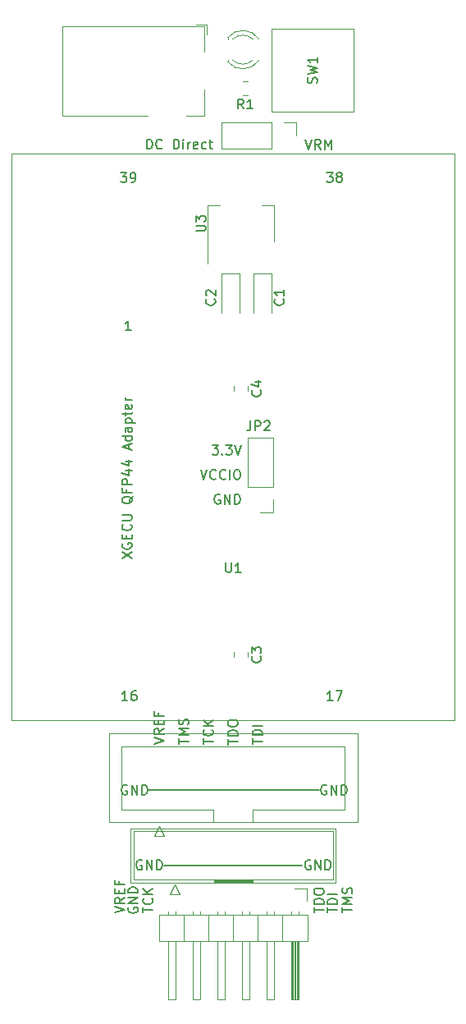
<source format=gbr>
%TF.GenerationSoftware,KiCad,Pcbnew,7.0.11*%
%TF.CreationDate,2024-03-10T23:57:51-05:00*%
%TF.ProjectId,XGECU-QFP44-Adapter,58474543-552d-4514-9650-34342d416461,rev?*%
%TF.SameCoordinates,Original*%
%TF.FileFunction,Legend,Top*%
%TF.FilePolarity,Positive*%
%FSLAX46Y46*%
G04 Gerber Fmt 4.6, Leading zero omitted, Abs format (unit mm)*
G04 Created by KiCad (PCBNEW 7.0.11) date 2024-03-10 23:57:51*
%MOMM*%
%LPD*%
G01*
G04 APERTURE LIST*
%ADD10C,0.200000*%
%ADD11C,0.150000*%
%ADD12C,0.120000*%
G04 APERTURE END LIST*
D10*
X126250723Y-125369419D02*
X125679295Y-125369419D01*
X125965009Y-125369419D02*
X125965009Y-124369419D01*
X125965009Y-124369419D02*
X125869771Y-124512276D01*
X125869771Y-124512276D02*
X125774533Y-124607514D01*
X125774533Y-124607514D02*
X125679295Y-124655133D01*
X127107866Y-124369419D02*
X126917390Y-124369419D01*
X126917390Y-124369419D02*
X126822152Y-124417038D01*
X126822152Y-124417038D02*
X126774533Y-124464657D01*
X126774533Y-124464657D02*
X126679295Y-124607514D01*
X126679295Y-124607514D02*
X126631676Y-124797990D01*
X126631676Y-124797990D02*
X126631676Y-125178942D01*
X126631676Y-125178942D02*
X126679295Y-125274180D01*
X126679295Y-125274180D02*
X126726914Y-125321800D01*
X126726914Y-125321800D02*
X126822152Y-125369419D01*
X126822152Y-125369419D02*
X127012628Y-125369419D01*
X127012628Y-125369419D02*
X127107866Y-125321800D01*
X127107866Y-125321800D02*
X127155485Y-125274180D01*
X127155485Y-125274180D02*
X127203104Y-125178942D01*
X127203104Y-125178942D02*
X127203104Y-124940847D01*
X127203104Y-124940847D02*
X127155485Y-124845609D01*
X127155485Y-124845609D02*
X127107866Y-124797990D01*
X127107866Y-124797990D02*
X127012628Y-124750371D01*
X127012628Y-124750371D02*
X126822152Y-124750371D01*
X126822152Y-124750371D02*
X126726914Y-124797990D01*
X126726914Y-124797990D02*
X126679295Y-124845609D01*
X126679295Y-124845609D02*
X126631676Y-124940847D01*
X147434323Y-125369419D02*
X146862895Y-125369419D01*
X147148609Y-125369419D02*
X147148609Y-124369419D01*
X147148609Y-124369419D02*
X147053371Y-124512276D01*
X147053371Y-124512276D02*
X146958133Y-124607514D01*
X146958133Y-124607514D02*
X146862895Y-124655133D01*
X147767657Y-124369419D02*
X148434323Y-124369419D01*
X148434323Y-124369419D02*
X148005752Y-125369419D01*
X146815276Y-70927819D02*
X147434323Y-70927819D01*
X147434323Y-70927819D02*
X147100990Y-71308771D01*
X147100990Y-71308771D02*
X147243847Y-71308771D01*
X147243847Y-71308771D02*
X147339085Y-71356390D01*
X147339085Y-71356390D02*
X147386704Y-71404009D01*
X147386704Y-71404009D02*
X147434323Y-71499247D01*
X147434323Y-71499247D02*
X147434323Y-71737342D01*
X147434323Y-71737342D02*
X147386704Y-71832580D01*
X147386704Y-71832580D02*
X147339085Y-71880200D01*
X147339085Y-71880200D02*
X147243847Y-71927819D01*
X147243847Y-71927819D02*
X146958133Y-71927819D01*
X146958133Y-71927819D02*
X146862895Y-71880200D01*
X146862895Y-71880200D02*
X146815276Y-71832580D01*
X148005752Y-71356390D02*
X147910514Y-71308771D01*
X147910514Y-71308771D02*
X147862895Y-71261152D01*
X147862895Y-71261152D02*
X147815276Y-71165914D01*
X147815276Y-71165914D02*
X147815276Y-71118295D01*
X147815276Y-71118295D02*
X147862895Y-71023057D01*
X147862895Y-71023057D02*
X147910514Y-70975438D01*
X147910514Y-70975438D02*
X148005752Y-70927819D01*
X148005752Y-70927819D02*
X148196228Y-70927819D01*
X148196228Y-70927819D02*
X148291466Y-70975438D01*
X148291466Y-70975438D02*
X148339085Y-71023057D01*
X148339085Y-71023057D02*
X148386704Y-71118295D01*
X148386704Y-71118295D02*
X148386704Y-71165914D01*
X148386704Y-71165914D02*
X148339085Y-71261152D01*
X148339085Y-71261152D02*
X148291466Y-71308771D01*
X148291466Y-71308771D02*
X148196228Y-71356390D01*
X148196228Y-71356390D02*
X148005752Y-71356390D01*
X148005752Y-71356390D02*
X147910514Y-71404009D01*
X147910514Y-71404009D02*
X147862895Y-71451628D01*
X147862895Y-71451628D02*
X147815276Y-71546866D01*
X147815276Y-71546866D02*
X147815276Y-71737342D01*
X147815276Y-71737342D02*
X147862895Y-71832580D01*
X147862895Y-71832580D02*
X147910514Y-71880200D01*
X147910514Y-71880200D02*
X148005752Y-71927819D01*
X148005752Y-71927819D02*
X148196228Y-71927819D01*
X148196228Y-71927819D02*
X148291466Y-71880200D01*
X148291466Y-71880200D02*
X148339085Y-71832580D01*
X148339085Y-71832580D02*
X148386704Y-71737342D01*
X148386704Y-71737342D02*
X148386704Y-71546866D01*
X148386704Y-71546866D02*
X148339085Y-71451628D01*
X148339085Y-71451628D02*
X148291466Y-71404009D01*
X148291466Y-71404009D02*
X148196228Y-71356390D01*
X125530076Y-70927819D02*
X126149123Y-70927819D01*
X126149123Y-70927819D02*
X125815790Y-71308771D01*
X125815790Y-71308771D02*
X125958647Y-71308771D01*
X125958647Y-71308771D02*
X126053885Y-71356390D01*
X126053885Y-71356390D02*
X126101504Y-71404009D01*
X126101504Y-71404009D02*
X126149123Y-71499247D01*
X126149123Y-71499247D02*
X126149123Y-71737342D01*
X126149123Y-71737342D02*
X126101504Y-71832580D01*
X126101504Y-71832580D02*
X126053885Y-71880200D01*
X126053885Y-71880200D02*
X125958647Y-71927819D01*
X125958647Y-71927819D02*
X125672933Y-71927819D01*
X125672933Y-71927819D02*
X125577695Y-71880200D01*
X125577695Y-71880200D02*
X125530076Y-71832580D01*
X126625314Y-71927819D02*
X126815790Y-71927819D01*
X126815790Y-71927819D02*
X126911028Y-71880200D01*
X126911028Y-71880200D02*
X126958647Y-71832580D01*
X126958647Y-71832580D02*
X127053885Y-71689723D01*
X127053885Y-71689723D02*
X127101504Y-71499247D01*
X127101504Y-71499247D02*
X127101504Y-71118295D01*
X127101504Y-71118295D02*
X127053885Y-71023057D01*
X127053885Y-71023057D02*
X127006266Y-70975438D01*
X127006266Y-70975438D02*
X126911028Y-70927819D01*
X126911028Y-70927819D02*
X126720552Y-70927819D01*
X126720552Y-70927819D02*
X126625314Y-70975438D01*
X126625314Y-70975438D02*
X126577695Y-71023057D01*
X126577695Y-71023057D02*
X126530076Y-71118295D01*
X126530076Y-71118295D02*
X126530076Y-71356390D01*
X126530076Y-71356390D02*
X126577695Y-71451628D01*
X126577695Y-71451628D02*
X126625314Y-71499247D01*
X126625314Y-71499247D02*
X126720552Y-71546866D01*
X126720552Y-71546866D02*
X126911028Y-71546866D01*
X126911028Y-71546866D02*
X127006266Y-71499247D01*
X127006266Y-71499247D02*
X127053885Y-71451628D01*
X127053885Y-71451628D02*
X127101504Y-71356390D01*
D11*
X128397000Y-134620000D02*
X146050000Y-134620000D01*
X130048000Y-142367000D02*
X144272000Y-142367000D01*
X136614819Y-129906077D02*
X136614819Y-129334649D01*
X137614819Y-129620363D02*
X136614819Y-129620363D01*
X137614819Y-129001315D02*
X136614819Y-129001315D01*
X136614819Y-129001315D02*
X136614819Y-128763220D01*
X136614819Y-128763220D02*
X136662438Y-128620363D01*
X136662438Y-128620363D02*
X136757676Y-128525125D01*
X136757676Y-128525125D02*
X136852914Y-128477506D01*
X136852914Y-128477506D02*
X137043390Y-128429887D01*
X137043390Y-128429887D02*
X137186247Y-128429887D01*
X137186247Y-128429887D02*
X137376723Y-128477506D01*
X137376723Y-128477506D02*
X137471961Y-128525125D01*
X137471961Y-128525125D02*
X137567200Y-128620363D01*
X137567200Y-128620363D02*
X137614819Y-128763220D01*
X137614819Y-128763220D02*
X137614819Y-129001315D01*
X136614819Y-127810839D02*
X136614819Y-127620363D01*
X136614819Y-127620363D02*
X136662438Y-127525125D01*
X136662438Y-127525125D02*
X136757676Y-127429887D01*
X136757676Y-127429887D02*
X136948152Y-127382268D01*
X136948152Y-127382268D02*
X137281485Y-127382268D01*
X137281485Y-127382268D02*
X137471961Y-127429887D01*
X137471961Y-127429887D02*
X137567200Y-127525125D01*
X137567200Y-127525125D02*
X137614819Y-127620363D01*
X137614819Y-127620363D02*
X137614819Y-127810839D01*
X137614819Y-127810839D02*
X137567200Y-127906077D01*
X137567200Y-127906077D02*
X137471961Y-128001315D01*
X137471961Y-128001315D02*
X137281485Y-128048934D01*
X137281485Y-128048934D02*
X136948152Y-128048934D01*
X136948152Y-128048934D02*
X136757676Y-128001315D01*
X136757676Y-128001315D02*
X136662438Y-127906077D01*
X136662438Y-127906077D02*
X136614819Y-127810839D01*
X145132588Y-141869438D02*
X145037350Y-141821819D01*
X145037350Y-141821819D02*
X144894493Y-141821819D01*
X144894493Y-141821819D02*
X144751636Y-141869438D01*
X144751636Y-141869438D02*
X144656398Y-141964676D01*
X144656398Y-141964676D02*
X144608779Y-142059914D01*
X144608779Y-142059914D02*
X144561160Y-142250390D01*
X144561160Y-142250390D02*
X144561160Y-142393247D01*
X144561160Y-142393247D02*
X144608779Y-142583723D01*
X144608779Y-142583723D02*
X144656398Y-142678961D01*
X144656398Y-142678961D02*
X144751636Y-142774200D01*
X144751636Y-142774200D02*
X144894493Y-142821819D01*
X144894493Y-142821819D02*
X144989731Y-142821819D01*
X144989731Y-142821819D02*
X145132588Y-142774200D01*
X145132588Y-142774200D02*
X145180207Y-142726580D01*
X145180207Y-142726580D02*
X145180207Y-142393247D01*
X145180207Y-142393247D02*
X144989731Y-142393247D01*
X145608779Y-142821819D02*
X145608779Y-141821819D01*
X145608779Y-141821819D02*
X146180207Y-142821819D01*
X146180207Y-142821819D02*
X146180207Y-141821819D01*
X146656398Y-142821819D02*
X146656398Y-141821819D01*
X146656398Y-141821819D02*
X146894493Y-141821819D01*
X146894493Y-141821819D02*
X147037350Y-141869438D01*
X147037350Y-141869438D02*
X147132588Y-141964676D01*
X147132588Y-141964676D02*
X147180207Y-142059914D01*
X147180207Y-142059914D02*
X147227826Y-142250390D01*
X147227826Y-142250390D02*
X147227826Y-142393247D01*
X147227826Y-142393247D02*
X147180207Y-142583723D01*
X147180207Y-142583723D02*
X147132588Y-142678961D01*
X147132588Y-142678961D02*
X147037350Y-142774200D01*
X147037350Y-142774200D02*
X146894493Y-142821819D01*
X146894493Y-142821819D02*
X146656398Y-142821819D01*
X134982078Y-99022819D02*
X135601125Y-99022819D01*
X135601125Y-99022819D02*
X135267792Y-99403771D01*
X135267792Y-99403771D02*
X135410649Y-99403771D01*
X135410649Y-99403771D02*
X135505887Y-99451390D01*
X135505887Y-99451390D02*
X135553506Y-99499009D01*
X135553506Y-99499009D02*
X135601125Y-99594247D01*
X135601125Y-99594247D02*
X135601125Y-99832342D01*
X135601125Y-99832342D02*
X135553506Y-99927580D01*
X135553506Y-99927580D02*
X135505887Y-99975200D01*
X135505887Y-99975200D02*
X135410649Y-100022819D01*
X135410649Y-100022819D02*
X135124935Y-100022819D01*
X135124935Y-100022819D02*
X135029697Y-99975200D01*
X135029697Y-99975200D02*
X134982078Y-99927580D01*
X136029697Y-99927580D02*
X136077316Y-99975200D01*
X136077316Y-99975200D02*
X136029697Y-100022819D01*
X136029697Y-100022819D02*
X135982078Y-99975200D01*
X135982078Y-99975200D02*
X136029697Y-99927580D01*
X136029697Y-99927580D02*
X136029697Y-100022819D01*
X136410649Y-99022819D02*
X137029696Y-99022819D01*
X137029696Y-99022819D02*
X136696363Y-99403771D01*
X136696363Y-99403771D02*
X136839220Y-99403771D01*
X136839220Y-99403771D02*
X136934458Y-99451390D01*
X136934458Y-99451390D02*
X136982077Y-99499009D01*
X136982077Y-99499009D02*
X137029696Y-99594247D01*
X137029696Y-99594247D02*
X137029696Y-99832342D01*
X137029696Y-99832342D02*
X136982077Y-99927580D01*
X136982077Y-99927580D02*
X136934458Y-99975200D01*
X136934458Y-99975200D02*
X136839220Y-100022819D01*
X136839220Y-100022819D02*
X136553506Y-100022819D01*
X136553506Y-100022819D02*
X136458268Y-99975200D01*
X136458268Y-99975200D02*
X136410649Y-99927580D01*
X137315411Y-99022819D02*
X137648744Y-100022819D01*
X137648744Y-100022819D02*
X137982077Y-99022819D01*
X124930819Y-147253077D02*
X125930819Y-146919744D01*
X125930819Y-146919744D02*
X124930819Y-146586411D01*
X125930819Y-145681649D02*
X125454628Y-146014982D01*
X125930819Y-146253077D02*
X124930819Y-146253077D01*
X124930819Y-146253077D02*
X124930819Y-145872125D01*
X124930819Y-145872125D02*
X124978438Y-145776887D01*
X124978438Y-145776887D02*
X125026057Y-145729268D01*
X125026057Y-145729268D02*
X125121295Y-145681649D01*
X125121295Y-145681649D02*
X125264152Y-145681649D01*
X125264152Y-145681649D02*
X125359390Y-145729268D01*
X125359390Y-145729268D02*
X125407009Y-145776887D01*
X125407009Y-145776887D02*
X125454628Y-145872125D01*
X125454628Y-145872125D02*
X125454628Y-146253077D01*
X125407009Y-145253077D02*
X125407009Y-144919744D01*
X125930819Y-144776887D02*
X125930819Y-145253077D01*
X125930819Y-145253077D02*
X124930819Y-145253077D01*
X124930819Y-145253077D02*
X124930819Y-144776887D01*
X125407009Y-144014982D02*
X125407009Y-144348315D01*
X125930819Y-144348315D02*
X124930819Y-144348315D01*
X124930819Y-144348315D02*
X124930819Y-143872125D01*
X139154819Y-129854077D02*
X139154819Y-129282649D01*
X140154819Y-129568363D02*
X139154819Y-129568363D01*
X140154819Y-128949315D02*
X139154819Y-128949315D01*
X139154819Y-128949315D02*
X139154819Y-128711220D01*
X139154819Y-128711220D02*
X139202438Y-128568363D01*
X139202438Y-128568363D02*
X139297676Y-128473125D01*
X139297676Y-128473125D02*
X139392914Y-128425506D01*
X139392914Y-128425506D02*
X139583390Y-128377887D01*
X139583390Y-128377887D02*
X139726247Y-128377887D01*
X139726247Y-128377887D02*
X139916723Y-128425506D01*
X139916723Y-128425506D02*
X140011961Y-128473125D01*
X140011961Y-128473125D02*
X140107200Y-128568363D01*
X140107200Y-128568363D02*
X140154819Y-128711220D01*
X140154819Y-128711220D02*
X140154819Y-128949315D01*
X140154819Y-127949315D02*
X139154819Y-127949315D01*
X135791601Y-104150438D02*
X135696363Y-104102819D01*
X135696363Y-104102819D02*
X135553506Y-104102819D01*
X135553506Y-104102819D02*
X135410649Y-104150438D01*
X135410649Y-104150438D02*
X135315411Y-104245676D01*
X135315411Y-104245676D02*
X135267792Y-104340914D01*
X135267792Y-104340914D02*
X135220173Y-104531390D01*
X135220173Y-104531390D02*
X135220173Y-104674247D01*
X135220173Y-104674247D02*
X135267792Y-104864723D01*
X135267792Y-104864723D02*
X135315411Y-104959961D01*
X135315411Y-104959961D02*
X135410649Y-105055200D01*
X135410649Y-105055200D02*
X135553506Y-105102819D01*
X135553506Y-105102819D02*
X135648744Y-105102819D01*
X135648744Y-105102819D02*
X135791601Y-105055200D01*
X135791601Y-105055200D02*
X135839220Y-105007580D01*
X135839220Y-105007580D02*
X135839220Y-104674247D01*
X135839220Y-104674247D02*
X135648744Y-104674247D01*
X136267792Y-105102819D02*
X136267792Y-104102819D01*
X136267792Y-104102819D02*
X136839220Y-105102819D01*
X136839220Y-105102819D02*
X136839220Y-104102819D01*
X137315411Y-105102819D02*
X137315411Y-104102819D01*
X137315411Y-104102819D02*
X137553506Y-104102819D01*
X137553506Y-104102819D02*
X137696363Y-104150438D01*
X137696363Y-104150438D02*
X137791601Y-104245676D01*
X137791601Y-104245676D02*
X137839220Y-104340914D01*
X137839220Y-104340914D02*
X137886839Y-104531390D01*
X137886839Y-104531390D02*
X137886839Y-104674247D01*
X137886839Y-104674247D02*
X137839220Y-104864723D01*
X137839220Y-104864723D02*
X137791601Y-104959961D01*
X137791601Y-104959961D02*
X137696363Y-105055200D01*
X137696363Y-105055200D02*
X137553506Y-105102819D01*
X137553506Y-105102819D02*
X137315411Y-105102819D01*
D10*
X125690219Y-110749314D02*
X126690219Y-110082648D01*
X125690219Y-110082648D02*
X126690219Y-110749314D01*
X125737838Y-109177886D02*
X125690219Y-109273124D01*
X125690219Y-109273124D02*
X125690219Y-109415981D01*
X125690219Y-109415981D02*
X125737838Y-109558838D01*
X125737838Y-109558838D02*
X125833076Y-109654076D01*
X125833076Y-109654076D02*
X125928314Y-109701695D01*
X125928314Y-109701695D02*
X126118790Y-109749314D01*
X126118790Y-109749314D02*
X126261647Y-109749314D01*
X126261647Y-109749314D02*
X126452123Y-109701695D01*
X126452123Y-109701695D02*
X126547361Y-109654076D01*
X126547361Y-109654076D02*
X126642600Y-109558838D01*
X126642600Y-109558838D02*
X126690219Y-109415981D01*
X126690219Y-109415981D02*
X126690219Y-109320743D01*
X126690219Y-109320743D02*
X126642600Y-109177886D01*
X126642600Y-109177886D02*
X126594980Y-109130267D01*
X126594980Y-109130267D02*
X126261647Y-109130267D01*
X126261647Y-109130267D02*
X126261647Y-109320743D01*
X126166409Y-108701695D02*
X126166409Y-108368362D01*
X126690219Y-108225505D02*
X126690219Y-108701695D01*
X126690219Y-108701695D02*
X125690219Y-108701695D01*
X125690219Y-108701695D02*
X125690219Y-108225505D01*
X126594980Y-107225505D02*
X126642600Y-107273124D01*
X126642600Y-107273124D02*
X126690219Y-107415981D01*
X126690219Y-107415981D02*
X126690219Y-107511219D01*
X126690219Y-107511219D02*
X126642600Y-107654076D01*
X126642600Y-107654076D02*
X126547361Y-107749314D01*
X126547361Y-107749314D02*
X126452123Y-107796933D01*
X126452123Y-107796933D02*
X126261647Y-107844552D01*
X126261647Y-107844552D02*
X126118790Y-107844552D01*
X126118790Y-107844552D02*
X125928314Y-107796933D01*
X125928314Y-107796933D02*
X125833076Y-107749314D01*
X125833076Y-107749314D02*
X125737838Y-107654076D01*
X125737838Y-107654076D02*
X125690219Y-107511219D01*
X125690219Y-107511219D02*
X125690219Y-107415981D01*
X125690219Y-107415981D02*
X125737838Y-107273124D01*
X125737838Y-107273124D02*
X125785457Y-107225505D01*
X125690219Y-106796933D02*
X126499742Y-106796933D01*
X126499742Y-106796933D02*
X126594980Y-106749314D01*
X126594980Y-106749314D02*
X126642600Y-106701695D01*
X126642600Y-106701695D02*
X126690219Y-106606457D01*
X126690219Y-106606457D02*
X126690219Y-106415981D01*
X126690219Y-106415981D02*
X126642600Y-106320743D01*
X126642600Y-106320743D02*
X126594980Y-106273124D01*
X126594980Y-106273124D02*
X126499742Y-106225505D01*
X126499742Y-106225505D02*
X125690219Y-106225505D01*
X126785457Y-104320743D02*
X126737838Y-104415981D01*
X126737838Y-104415981D02*
X126642600Y-104511219D01*
X126642600Y-104511219D02*
X126499742Y-104654076D01*
X126499742Y-104654076D02*
X126452123Y-104749314D01*
X126452123Y-104749314D02*
X126452123Y-104844552D01*
X126690219Y-104796933D02*
X126642600Y-104892171D01*
X126642600Y-104892171D02*
X126547361Y-104987409D01*
X126547361Y-104987409D02*
X126356885Y-105035028D01*
X126356885Y-105035028D02*
X126023552Y-105035028D01*
X126023552Y-105035028D02*
X125833076Y-104987409D01*
X125833076Y-104987409D02*
X125737838Y-104892171D01*
X125737838Y-104892171D02*
X125690219Y-104796933D01*
X125690219Y-104796933D02*
X125690219Y-104606457D01*
X125690219Y-104606457D02*
X125737838Y-104511219D01*
X125737838Y-104511219D02*
X125833076Y-104415981D01*
X125833076Y-104415981D02*
X126023552Y-104368362D01*
X126023552Y-104368362D02*
X126356885Y-104368362D01*
X126356885Y-104368362D02*
X126547361Y-104415981D01*
X126547361Y-104415981D02*
X126642600Y-104511219D01*
X126642600Y-104511219D02*
X126690219Y-104606457D01*
X126690219Y-104606457D02*
X126690219Y-104796933D01*
X126166409Y-103606457D02*
X126166409Y-103939790D01*
X126690219Y-103939790D02*
X125690219Y-103939790D01*
X125690219Y-103939790D02*
X125690219Y-103463600D01*
X126690219Y-103082647D02*
X125690219Y-103082647D01*
X125690219Y-103082647D02*
X125690219Y-102701695D01*
X125690219Y-102701695D02*
X125737838Y-102606457D01*
X125737838Y-102606457D02*
X125785457Y-102558838D01*
X125785457Y-102558838D02*
X125880695Y-102511219D01*
X125880695Y-102511219D02*
X126023552Y-102511219D01*
X126023552Y-102511219D02*
X126118790Y-102558838D01*
X126118790Y-102558838D02*
X126166409Y-102606457D01*
X126166409Y-102606457D02*
X126214028Y-102701695D01*
X126214028Y-102701695D02*
X126214028Y-103082647D01*
X126023552Y-101654076D02*
X126690219Y-101654076D01*
X125642600Y-101892171D02*
X126356885Y-102130266D01*
X126356885Y-102130266D02*
X126356885Y-101511219D01*
X126023552Y-100701695D02*
X126690219Y-100701695D01*
X125642600Y-100939790D02*
X126356885Y-101177885D01*
X126356885Y-101177885D02*
X126356885Y-100558838D01*
X126404504Y-99463599D02*
X126404504Y-98987409D01*
X126690219Y-99558837D02*
X125690219Y-99225504D01*
X125690219Y-99225504D02*
X126690219Y-98892171D01*
X126690219Y-98130266D02*
X125690219Y-98130266D01*
X126642600Y-98130266D02*
X126690219Y-98225504D01*
X126690219Y-98225504D02*
X126690219Y-98415980D01*
X126690219Y-98415980D02*
X126642600Y-98511218D01*
X126642600Y-98511218D02*
X126594980Y-98558837D01*
X126594980Y-98558837D02*
X126499742Y-98606456D01*
X126499742Y-98606456D02*
X126214028Y-98606456D01*
X126214028Y-98606456D02*
X126118790Y-98558837D01*
X126118790Y-98558837D02*
X126071171Y-98511218D01*
X126071171Y-98511218D02*
X126023552Y-98415980D01*
X126023552Y-98415980D02*
X126023552Y-98225504D01*
X126023552Y-98225504D02*
X126071171Y-98130266D01*
X126690219Y-97225504D02*
X126166409Y-97225504D01*
X126166409Y-97225504D02*
X126071171Y-97273123D01*
X126071171Y-97273123D02*
X126023552Y-97368361D01*
X126023552Y-97368361D02*
X126023552Y-97558837D01*
X126023552Y-97558837D02*
X126071171Y-97654075D01*
X126642600Y-97225504D02*
X126690219Y-97320742D01*
X126690219Y-97320742D02*
X126690219Y-97558837D01*
X126690219Y-97558837D02*
X126642600Y-97654075D01*
X126642600Y-97654075D02*
X126547361Y-97701694D01*
X126547361Y-97701694D02*
X126452123Y-97701694D01*
X126452123Y-97701694D02*
X126356885Y-97654075D01*
X126356885Y-97654075D02*
X126309266Y-97558837D01*
X126309266Y-97558837D02*
X126309266Y-97320742D01*
X126309266Y-97320742D02*
X126261647Y-97225504D01*
X126023552Y-96749313D02*
X127023552Y-96749313D01*
X126071171Y-96749313D02*
X126023552Y-96654075D01*
X126023552Y-96654075D02*
X126023552Y-96463599D01*
X126023552Y-96463599D02*
X126071171Y-96368361D01*
X126071171Y-96368361D02*
X126118790Y-96320742D01*
X126118790Y-96320742D02*
X126214028Y-96273123D01*
X126214028Y-96273123D02*
X126499742Y-96273123D01*
X126499742Y-96273123D02*
X126594980Y-96320742D01*
X126594980Y-96320742D02*
X126642600Y-96368361D01*
X126642600Y-96368361D02*
X126690219Y-96463599D01*
X126690219Y-96463599D02*
X126690219Y-96654075D01*
X126690219Y-96654075D02*
X126642600Y-96749313D01*
X126023552Y-95987408D02*
X126023552Y-95606456D01*
X125690219Y-95844551D02*
X126547361Y-95844551D01*
X126547361Y-95844551D02*
X126642600Y-95796932D01*
X126642600Y-95796932D02*
X126690219Y-95701694D01*
X126690219Y-95701694D02*
X126690219Y-95606456D01*
X126642600Y-94892170D02*
X126690219Y-94987408D01*
X126690219Y-94987408D02*
X126690219Y-95177884D01*
X126690219Y-95177884D02*
X126642600Y-95273122D01*
X126642600Y-95273122D02*
X126547361Y-95320741D01*
X126547361Y-95320741D02*
X126166409Y-95320741D01*
X126166409Y-95320741D02*
X126071171Y-95273122D01*
X126071171Y-95273122D02*
X126023552Y-95177884D01*
X126023552Y-95177884D02*
X126023552Y-94987408D01*
X126023552Y-94987408D02*
X126071171Y-94892170D01*
X126071171Y-94892170D02*
X126166409Y-94844551D01*
X126166409Y-94844551D02*
X126261647Y-94844551D01*
X126261647Y-94844551D02*
X126356885Y-95320741D01*
X126690219Y-94415979D02*
X126023552Y-94415979D01*
X126214028Y-94415979D02*
X126118790Y-94368360D01*
X126118790Y-94368360D02*
X126071171Y-94320741D01*
X126071171Y-94320741D02*
X126023552Y-94225503D01*
X126023552Y-94225503D02*
X126023552Y-94130265D01*
D11*
X126375438Y-146713411D02*
X126327819Y-146808649D01*
X126327819Y-146808649D02*
X126327819Y-146951506D01*
X126327819Y-146951506D02*
X126375438Y-147094363D01*
X126375438Y-147094363D02*
X126470676Y-147189601D01*
X126470676Y-147189601D02*
X126565914Y-147237220D01*
X126565914Y-147237220D02*
X126756390Y-147284839D01*
X126756390Y-147284839D02*
X126899247Y-147284839D01*
X126899247Y-147284839D02*
X127089723Y-147237220D01*
X127089723Y-147237220D02*
X127184961Y-147189601D01*
X127184961Y-147189601D02*
X127280200Y-147094363D01*
X127280200Y-147094363D02*
X127327819Y-146951506D01*
X127327819Y-146951506D02*
X127327819Y-146856268D01*
X127327819Y-146856268D02*
X127280200Y-146713411D01*
X127280200Y-146713411D02*
X127232580Y-146665792D01*
X127232580Y-146665792D02*
X126899247Y-146665792D01*
X126899247Y-146665792D02*
X126899247Y-146856268D01*
X127327819Y-146237220D02*
X126327819Y-146237220D01*
X126327819Y-146237220D02*
X127327819Y-145665792D01*
X127327819Y-145665792D02*
X126327819Y-145665792D01*
X127327819Y-145189601D02*
X126327819Y-145189601D01*
X126327819Y-145189601D02*
X126327819Y-144951506D01*
X126327819Y-144951506D02*
X126375438Y-144808649D01*
X126375438Y-144808649D02*
X126470676Y-144713411D01*
X126470676Y-144713411D02*
X126565914Y-144665792D01*
X126565914Y-144665792D02*
X126756390Y-144618173D01*
X126756390Y-144618173D02*
X126899247Y-144618173D01*
X126899247Y-144618173D02*
X127089723Y-144665792D01*
X127089723Y-144665792D02*
X127184961Y-144713411D01*
X127184961Y-144713411D02*
X127280200Y-144808649D01*
X127280200Y-144808649D02*
X127327819Y-144951506D01*
X127327819Y-144951506D02*
X127327819Y-145189601D01*
D10*
X144619838Y-67524219D02*
X144953171Y-68524219D01*
X144953171Y-68524219D02*
X145286504Y-67524219D01*
X146191266Y-68524219D02*
X145857933Y-68048028D01*
X145619838Y-68524219D02*
X145619838Y-67524219D01*
X145619838Y-67524219D02*
X146000790Y-67524219D01*
X146000790Y-67524219D02*
X146096028Y-67571838D01*
X146096028Y-67571838D02*
X146143647Y-67619457D01*
X146143647Y-67619457D02*
X146191266Y-67714695D01*
X146191266Y-67714695D02*
X146191266Y-67857552D01*
X146191266Y-67857552D02*
X146143647Y-67952790D01*
X146143647Y-67952790D02*
X146096028Y-68000409D01*
X146096028Y-68000409D02*
X146000790Y-68048028D01*
X146000790Y-68048028D02*
X145619838Y-68048028D01*
X146619838Y-68524219D02*
X146619838Y-67524219D01*
X146619838Y-67524219D02*
X146953171Y-68238504D01*
X146953171Y-68238504D02*
X147286504Y-67524219D01*
X147286504Y-67524219D02*
X147286504Y-68524219D01*
X126625314Y-87218619D02*
X126053886Y-87218619D01*
X126339600Y-87218619D02*
X126339600Y-86218619D01*
X126339600Y-86218619D02*
X126244362Y-86361476D01*
X126244362Y-86361476D02*
X126149124Y-86456714D01*
X126149124Y-86456714D02*
X126053886Y-86504333D01*
X128238666Y-68498819D02*
X128238666Y-67498819D01*
X128238666Y-67498819D02*
X128476761Y-67498819D01*
X128476761Y-67498819D02*
X128619618Y-67546438D01*
X128619618Y-67546438D02*
X128714856Y-67641676D01*
X128714856Y-67641676D02*
X128762475Y-67736914D01*
X128762475Y-67736914D02*
X128810094Y-67927390D01*
X128810094Y-67927390D02*
X128810094Y-68070247D01*
X128810094Y-68070247D02*
X128762475Y-68260723D01*
X128762475Y-68260723D02*
X128714856Y-68355961D01*
X128714856Y-68355961D02*
X128619618Y-68451200D01*
X128619618Y-68451200D02*
X128476761Y-68498819D01*
X128476761Y-68498819D02*
X128238666Y-68498819D01*
X129810094Y-68403580D02*
X129762475Y-68451200D01*
X129762475Y-68451200D02*
X129619618Y-68498819D01*
X129619618Y-68498819D02*
X129524380Y-68498819D01*
X129524380Y-68498819D02*
X129381523Y-68451200D01*
X129381523Y-68451200D02*
X129286285Y-68355961D01*
X129286285Y-68355961D02*
X129238666Y-68260723D01*
X129238666Y-68260723D02*
X129191047Y-68070247D01*
X129191047Y-68070247D02*
X129191047Y-67927390D01*
X129191047Y-67927390D02*
X129238666Y-67736914D01*
X129238666Y-67736914D02*
X129286285Y-67641676D01*
X129286285Y-67641676D02*
X129381523Y-67546438D01*
X129381523Y-67546438D02*
X129524380Y-67498819D01*
X129524380Y-67498819D02*
X129619618Y-67498819D01*
X129619618Y-67498819D02*
X129762475Y-67546438D01*
X129762475Y-67546438D02*
X129810094Y-67594057D01*
X131000571Y-68498819D02*
X131000571Y-67498819D01*
X131000571Y-67498819D02*
X131238666Y-67498819D01*
X131238666Y-67498819D02*
X131381523Y-67546438D01*
X131381523Y-67546438D02*
X131476761Y-67641676D01*
X131476761Y-67641676D02*
X131524380Y-67736914D01*
X131524380Y-67736914D02*
X131571999Y-67927390D01*
X131571999Y-67927390D02*
X131571999Y-68070247D01*
X131571999Y-68070247D02*
X131524380Y-68260723D01*
X131524380Y-68260723D02*
X131476761Y-68355961D01*
X131476761Y-68355961D02*
X131381523Y-68451200D01*
X131381523Y-68451200D02*
X131238666Y-68498819D01*
X131238666Y-68498819D02*
X131000571Y-68498819D01*
X132000571Y-68498819D02*
X132000571Y-67832152D01*
X132000571Y-67498819D02*
X131952952Y-67546438D01*
X131952952Y-67546438D02*
X132000571Y-67594057D01*
X132000571Y-67594057D02*
X132048190Y-67546438D01*
X132048190Y-67546438D02*
X132000571Y-67498819D01*
X132000571Y-67498819D02*
X132000571Y-67594057D01*
X132476761Y-68498819D02*
X132476761Y-67832152D01*
X132476761Y-68022628D02*
X132524380Y-67927390D01*
X132524380Y-67927390D02*
X132571999Y-67879771D01*
X132571999Y-67879771D02*
X132667237Y-67832152D01*
X132667237Y-67832152D02*
X132762475Y-67832152D01*
X133476761Y-68451200D02*
X133381523Y-68498819D01*
X133381523Y-68498819D02*
X133191047Y-68498819D01*
X133191047Y-68498819D02*
X133095809Y-68451200D01*
X133095809Y-68451200D02*
X133048190Y-68355961D01*
X133048190Y-68355961D02*
X133048190Y-67975009D01*
X133048190Y-67975009D02*
X133095809Y-67879771D01*
X133095809Y-67879771D02*
X133191047Y-67832152D01*
X133191047Y-67832152D02*
X133381523Y-67832152D01*
X133381523Y-67832152D02*
X133476761Y-67879771D01*
X133476761Y-67879771D02*
X133524380Y-67975009D01*
X133524380Y-67975009D02*
X133524380Y-68070247D01*
X133524380Y-68070247D02*
X133048190Y-68165485D01*
X134381523Y-68451200D02*
X134286285Y-68498819D01*
X134286285Y-68498819D02*
X134095809Y-68498819D01*
X134095809Y-68498819D02*
X134000571Y-68451200D01*
X134000571Y-68451200D02*
X133952952Y-68403580D01*
X133952952Y-68403580D02*
X133905333Y-68308342D01*
X133905333Y-68308342D02*
X133905333Y-68022628D01*
X133905333Y-68022628D02*
X133952952Y-67927390D01*
X133952952Y-67927390D02*
X134000571Y-67879771D01*
X134000571Y-67879771D02*
X134095809Y-67832152D01*
X134095809Y-67832152D02*
X134286285Y-67832152D01*
X134286285Y-67832152D02*
X134381523Y-67879771D01*
X134667238Y-67832152D02*
X135048190Y-67832152D01*
X134810095Y-67498819D02*
X134810095Y-68355961D01*
X134810095Y-68355961D02*
X134857714Y-68451200D01*
X134857714Y-68451200D02*
X134952952Y-68498819D01*
X134952952Y-68498819D02*
X135048190Y-68498819D01*
D11*
X145504819Y-147253077D02*
X145504819Y-146681649D01*
X146504819Y-146967363D02*
X145504819Y-146967363D01*
X146504819Y-146348315D02*
X145504819Y-146348315D01*
X145504819Y-146348315D02*
X145504819Y-146110220D01*
X145504819Y-146110220D02*
X145552438Y-145967363D01*
X145552438Y-145967363D02*
X145647676Y-145872125D01*
X145647676Y-145872125D02*
X145742914Y-145824506D01*
X145742914Y-145824506D02*
X145933390Y-145776887D01*
X145933390Y-145776887D02*
X146076247Y-145776887D01*
X146076247Y-145776887D02*
X146266723Y-145824506D01*
X146266723Y-145824506D02*
X146361961Y-145872125D01*
X146361961Y-145872125D02*
X146457200Y-145967363D01*
X146457200Y-145967363D02*
X146504819Y-146110220D01*
X146504819Y-146110220D02*
X146504819Y-146348315D01*
X145504819Y-145157839D02*
X145504819Y-144967363D01*
X145504819Y-144967363D02*
X145552438Y-144872125D01*
X145552438Y-144872125D02*
X145647676Y-144776887D01*
X145647676Y-144776887D02*
X145838152Y-144729268D01*
X145838152Y-144729268D02*
X146171485Y-144729268D01*
X146171485Y-144729268D02*
X146361961Y-144776887D01*
X146361961Y-144776887D02*
X146457200Y-144872125D01*
X146457200Y-144872125D02*
X146504819Y-144967363D01*
X146504819Y-144967363D02*
X146504819Y-145157839D01*
X146504819Y-145157839D02*
X146457200Y-145253077D01*
X146457200Y-145253077D02*
X146361961Y-145348315D01*
X146361961Y-145348315D02*
X146171485Y-145395934D01*
X146171485Y-145395934D02*
X145838152Y-145395934D01*
X145838152Y-145395934D02*
X145647676Y-145348315D01*
X145647676Y-145348315D02*
X145552438Y-145253077D01*
X145552438Y-145253077D02*
X145504819Y-145157839D01*
X146901819Y-147253077D02*
X146901819Y-146681649D01*
X147901819Y-146967363D02*
X146901819Y-146967363D01*
X147901819Y-146348315D02*
X146901819Y-146348315D01*
X146901819Y-146348315D02*
X146901819Y-146110220D01*
X146901819Y-146110220D02*
X146949438Y-145967363D01*
X146949438Y-145967363D02*
X147044676Y-145872125D01*
X147044676Y-145872125D02*
X147139914Y-145824506D01*
X147139914Y-145824506D02*
X147330390Y-145776887D01*
X147330390Y-145776887D02*
X147473247Y-145776887D01*
X147473247Y-145776887D02*
X147663723Y-145824506D01*
X147663723Y-145824506D02*
X147758961Y-145872125D01*
X147758961Y-145872125D02*
X147854200Y-145967363D01*
X147854200Y-145967363D02*
X147901819Y-146110220D01*
X147901819Y-146110220D02*
X147901819Y-146348315D01*
X147901819Y-145348315D02*
X146901819Y-145348315D01*
X127851819Y-147253077D02*
X127851819Y-146681649D01*
X128851819Y-146967363D02*
X127851819Y-146967363D01*
X128756580Y-145776887D02*
X128804200Y-145824506D01*
X128804200Y-145824506D02*
X128851819Y-145967363D01*
X128851819Y-145967363D02*
X128851819Y-146062601D01*
X128851819Y-146062601D02*
X128804200Y-146205458D01*
X128804200Y-146205458D02*
X128708961Y-146300696D01*
X128708961Y-146300696D02*
X128613723Y-146348315D01*
X128613723Y-146348315D02*
X128423247Y-146395934D01*
X128423247Y-146395934D02*
X128280390Y-146395934D01*
X128280390Y-146395934D02*
X128089914Y-146348315D01*
X128089914Y-146348315D02*
X127994676Y-146300696D01*
X127994676Y-146300696D02*
X127899438Y-146205458D01*
X127899438Y-146205458D02*
X127851819Y-146062601D01*
X127851819Y-146062601D02*
X127851819Y-145967363D01*
X127851819Y-145967363D02*
X127899438Y-145824506D01*
X127899438Y-145824506D02*
X127947057Y-145776887D01*
X128851819Y-145348315D02*
X127851819Y-145348315D01*
X128851819Y-144776887D02*
X128280390Y-145205458D01*
X127851819Y-144776887D02*
X128423247Y-145348315D01*
X146783588Y-134122438D02*
X146688350Y-134074819D01*
X146688350Y-134074819D02*
X146545493Y-134074819D01*
X146545493Y-134074819D02*
X146402636Y-134122438D01*
X146402636Y-134122438D02*
X146307398Y-134217676D01*
X146307398Y-134217676D02*
X146259779Y-134312914D01*
X146259779Y-134312914D02*
X146212160Y-134503390D01*
X146212160Y-134503390D02*
X146212160Y-134646247D01*
X146212160Y-134646247D02*
X146259779Y-134836723D01*
X146259779Y-134836723D02*
X146307398Y-134931961D01*
X146307398Y-134931961D02*
X146402636Y-135027200D01*
X146402636Y-135027200D02*
X146545493Y-135074819D01*
X146545493Y-135074819D02*
X146640731Y-135074819D01*
X146640731Y-135074819D02*
X146783588Y-135027200D01*
X146783588Y-135027200D02*
X146831207Y-134979580D01*
X146831207Y-134979580D02*
X146831207Y-134646247D01*
X146831207Y-134646247D02*
X146640731Y-134646247D01*
X147259779Y-135074819D02*
X147259779Y-134074819D01*
X147259779Y-134074819D02*
X147831207Y-135074819D01*
X147831207Y-135074819D02*
X147831207Y-134074819D01*
X148307398Y-135074819D02*
X148307398Y-134074819D01*
X148307398Y-134074819D02*
X148545493Y-134074819D01*
X148545493Y-134074819D02*
X148688350Y-134122438D01*
X148688350Y-134122438D02*
X148783588Y-134217676D01*
X148783588Y-134217676D02*
X148831207Y-134312914D01*
X148831207Y-134312914D02*
X148878826Y-134503390D01*
X148878826Y-134503390D02*
X148878826Y-134646247D01*
X148878826Y-134646247D02*
X148831207Y-134836723D01*
X148831207Y-134836723D02*
X148783588Y-134931961D01*
X148783588Y-134931961D02*
X148688350Y-135027200D01*
X148688350Y-135027200D02*
X148545493Y-135074819D01*
X148545493Y-135074819D02*
X148307398Y-135074819D01*
X131534819Y-129854077D02*
X131534819Y-129282649D01*
X132534819Y-129568363D02*
X131534819Y-129568363D01*
X132534819Y-128949315D02*
X131534819Y-128949315D01*
X131534819Y-128949315D02*
X132249104Y-128615982D01*
X132249104Y-128615982D02*
X131534819Y-128282649D01*
X131534819Y-128282649D02*
X132534819Y-128282649D01*
X132487200Y-127854077D02*
X132534819Y-127711220D01*
X132534819Y-127711220D02*
X132534819Y-127473125D01*
X132534819Y-127473125D02*
X132487200Y-127377887D01*
X132487200Y-127377887D02*
X132439580Y-127330268D01*
X132439580Y-127330268D02*
X132344342Y-127282649D01*
X132344342Y-127282649D02*
X132249104Y-127282649D01*
X132249104Y-127282649D02*
X132153866Y-127330268D01*
X132153866Y-127330268D02*
X132106247Y-127377887D01*
X132106247Y-127377887D02*
X132058628Y-127473125D01*
X132058628Y-127473125D02*
X132011009Y-127663601D01*
X132011009Y-127663601D02*
X131963390Y-127758839D01*
X131963390Y-127758839D02*
X131915771Y-127806458D01*
X131915771Y-127806458D02*
X131820533Y-127854077D01*
X131820533Y-127854077D02*
X131725295Y-127854077D01*
X131725295Y-127854077D02*
X131630057Y-127806458D01*
X131630057Y-127806458D02*
X131582438Y-127758839D01*
X131582438Y-127758839D02*
X131534819Y-127663601D01*
X131534819Y-127663601D02*
X131534819Y-127425506D01*
X131534819Y-127425506D02*
X131582438Y-127282649D01*
X126209588Y-134122438D02*
X126114350Y-134074819D01*
X126114350Y-134074819D02*
X125971493Y-134074819D01*
X125971493Y-134074819D02*
X125828636Y-134122438D01*
X125828636Y-134122438D02*
X125733398Y-134217676D01*
X125733398Y-134217676D02*
X125685779Y-134312914D01*
X125685779Y-134312914D02*
X125638160Y-134503390D01*
X125638160Y-134503390D02*
X125638160Y-134646247D01*
X125638160Y-134646247D02*
X125685779Y-134836723D01*
X125685779Y-134836723D02*
X125733398Y-134931961D01*
X125733398Y-134931961D02*
X125828636Y-135027200D01*
X125828636Y-135027200D02*
X125971493Y-135074819D01*
X125971493Y-135074819D02*
X126066731Y-135074819D01*
X126066731Y-135074819D02*
X126209588Y-135027200D01*
X126209588Y-135027200D02*
X126257207Y-134979580D01*
X126257207Y-134979580D02*
X126257207Y-134646247D01*
X126257207Y-134646247D02*
X126066731Y-134646247D01*
X126685779Y-135074819D02*
X126685779Y-134074819D01*
X126685779Y-134074819D02*
X127257207Y-135074819D01*
X127257207Y-135074819D02*
X127257207Y-134074819D01*
X127733398Y-135074819D02*
X127733398Y-134074819D01*
X127733398Y-134074819D02*
X127971493Y-134074819D01*
X127971493Y-134074819D02*
X128114350Y-134122438D01*
X128114350Y-134122438D02*
X128209588Y-134217676D01*
X128209588Y-134217676D02*
X128257207Y-134312914D01*
X128257207Y-134312914D02*
X128304826Y-134503390D01*
X128304826Y-134503390D02*
X128304826Y-134646247D01*
X128304826Y-134646247D02*
X128257207Y-134836723D01*
X128257207Y-134836723D02*
X128209588Y-134931961D01*
X128209588Y-134931961D02*
X128114350Y-135027200D01*
X128114350Y-135027200D02*
X127971493Y-135074819D01*
X127971493Y-135074819D02*
X127733398Y-135074819D01*
X148425819Y-147253077D02*
X148425819Y-146681649D01*
X149425819Y-146967363D02*
X148425819Y-146967363D01*
X149425819Y-146348315D02*
X148425819Y-146348315D01*
X148425819Y-146348315D02*
X149140104Y-146014982D01*
X149140104Y-146014982D02*
X148425819Y-145681649D01*
X148425819Y-145681649D02*
X149425819Y-145681649D01*
X149378200Y-145253077D02*
X149425819Y-145110220D01*
X149425819Y-145110220D02*
X149425819Y-144872125D01*
X149425819Y-144872125D02*
X149378200Y-144776887D01*
X149378200Y-144776887D02*
X149330580Y-144729268D01*
X149330580Y-144729268D02*
X149235342Y-144681649D01*
X149235342Y-144681649D02*
X149140104Y-144681649D01*
X149140104Y-144681649D02*
X149044866Y-144729268D01*
X149044866Y-144729268D02*
X148997247Y-144776887D01*
X148997247Y-144776887D02*
X148949628Y-144872125D01*
X148949628Y-144872125D02*
X148902009Y-145062601D01*
X148902009Y-145062601D02*
X148854390Y-145157839D01*
X148854390Y-145157839D02*
X148806771Y-145205458D01*
X148806771Y-145205458D02*
X148711533Y-145253077D01*
X148711533Y-145253077D02*
X148616295Y-145253077D01*
X148616295Y-145253077D02*
X148521057Y-145205458D01*
X148521057Y-145205458D02*
X148473438Y-145157839D01*
X148473438Y-145157839D02*
X148425819Y-145062601D01*
X148425819Y-145062601D02*
X148425819Y-144824506D01*
X148425819Y-144824506D02*
X148473438Y-144681649D01*
X134074819Y-129854077D02*
X134074819Y-129282649D01*
X135074819Y-129568363D02*
X134074819Y-129568363D01*
X134979580Y-128377887D02*
X135027200Y-128425506D01*
X135027200Y-128425506D02*
X135074819Y-128568363D01*
X135074819Y-128568363D02*
X135074819Y-128663601D01*
X135074819Y-128663601D02*
X135027200Y-128806458D01*
X135027200Y-128806458D02*
X134931961Y-128901696D01*
X134931961Y-128901696D02*
X134836723Y-128949315D01*
X134836723Y-128949315D02*
X134646247Y-128996934D01*
X134646247Y-128996934D02*
X134503390Y-128996934D01*
X134503390Y-128996934D02*
X134312914Y-128949315D01*
X134312914Y-128949315D02*
X134217676Y-128901696D01*
X134217676Y-128901696D02*
X134122438Y-128806458D01*
X134122438Y-128806458D02*
X134074819Y-128663601D01*
X134074819Y-128663601D02*
X134074819Y-128568363D01*
X134074819Y-128568363D02*
X134122438Y-128425506D01*
X134122438Y-128425506D02*
X134170057Y-128377887D01*
X135074819Y-127949315D02*
X134074819Y-127949315D01*
X135074819Y-127377887D02*
X134503390Y-127806458D01*
X134074819Y-127377887D02*
X134646247Y-127949315D01*
X128994819Y-129854077D02*
X129994819Y-129520744D01*
X129994819Y-129520744D02*
X128994819Y-129187411D01*
X129994819Y-128282649D02*
X129518628Y-128615982D01*
X129994819Y-128854077D02*
X128994819Y-128854077D01*
X128994819Y-128854077D02*
X128994819Y-128473125D01*
X128994819Y-128473125D02*
X129042438Y-128377887D01*
X129042438Y-128377887D02*
X129090057Y-128330268D01*
X129090057Y-128330268D02*
X129185295Y-128282649D01*
X129185295Y-128282649D02*
X129328152Y-128282649D01*
X129328152Y-128282649D02*
X129423390Y-128330268D01*
X129423390Y-128330268D02*
X129471009Y-128377887D01*
X129471009Y-128377887D02*
X129518628Y-128473125D01*
X129518628Y-128473125D02*
X129518628Y-128854077D01*
X129471009Y-127854077D02*
X129471009Y-127520744D01*
X129994819Y-127377887D02*
X129994819Y-127854077D01*
X129994819Y-127854077D02*
X128994819Y-127854077D01*
X128994819Y-127854077D02*
X128994819Y-127377887D01*
X129471009Y-126615982D02*
X129471009Y-126949315D01*
X129994819Y-126949315D02*
X128994819Y-126949315D01*
X128994819Y-126949315D02*
X128994819Y-126473125D01*
X127733588Y-141869438D02*
X127638350Y-141821819D01*
X127638350Y-141821819D02*
X127495493Y-141821819D01*
X127495493Y-141821819D02*
X127352636Y-141869438D01*
X127352636Y-141869438D02*
X127257398Y-141964676D01*
X127257398Y-141964676D02*
X127209779Y-142059914D01*
X127209779Y-142059914D02*
X127162160Y-142250390D01*
X127162160Y-142250390D02*
X127162160Y-142393247D01*
X127162160Y-142393247D02*
X127209779Y-142583723D01*
X127209779Y-142583723D02*
X127257398Y-142678961D01*
X127257398Y-142678961D02*
X127352636Y-142774200D01*
X127352636Y-142774200D02*
X127495493Y-142821819D01*
X127495493Y-142821819D02*
X127590731Y-142821819D01*
X127590731Y-142821819D02*
X127733588Y-142774200D01*
X127733588Y-142774200D02*
X127781207Y-142726580D01*
X127781207Y-142726580D02*
X127781207Y-142393247D01*
X127781207Y-142393247D02*
X127590731Y-142393247D01*
X128209779Y-142821819D02*
X128209779Y-141821819D01*
X128209779Y-141821819D02*
X128781207Y-142821819D01*
X128781207Y-142821819D02*
X128781207Y-141821819D01*
X129257398Y-142821819D02*
X129257398Y-141821819D01*
X129257398Y-141821819D02*
X129495493Y-141821819D01*
X129495493Y-141821819D02*
X129638350Y-141869438D01*
X129638350Y-141869438D02*
X129733588Y-141964676D01*
X129733588Y-141964676D02*
X129781207Y-142059914D01*
X129781207Y-142059914D02*
X129828826Y-142250390D01*
X129828826Y-142250390D02*
X129828826Y-142393247D01*
X129828826Y-142393247D02*
X129781207Y-142583723D01*
X129781207Y-142583723D02*
X129733588Y-142678961D01*
X129733588Y-142678961D02*
X129638350Y-142774200D01*
X129638350Y-142774200D02*
X129495493Y-142821819D01*
X129495493Y-142821819D02*
X129257398Y-142821819D01*
X136398095Y-111164019D02*
X136398095Y-111973542D01*
X136398095Y-111973542D02*
X136445714Y-112068780D01*
X136445714Y-112068780D02*
X136493333Y-112116400D01*
X136493333Y-112116400D02*
X136588571Y-112164019D01*
X136588571Y-112164019D02*
X136779047Y-112164019D01*
X136779047Y-112164019D02*
X136874285Y-112116400D01*
X136874285Y-112116400D02*
X136921904Y-112068780D01*
X136921904Y-112068780D02*
X136969523Y-111973542D01*
X136969523Y-111973542D02*
X136969523Y-111164019D01*
X137969523Y-112164019D02*
X137398095Y-112164019D01*
X137683809Y-112164019D02*
X137683809Y-111164019D01*
X137683809Y-111164019D02*
X137588571Y-111306876D01*
X137588571Y-111306876D02*
X137493333Y-111402114D01*
X137493333Y-111402114D02*
X137398095Y-111449733D01*
X142317580Y-83986666D02*
X142365200Y-84034285D01*
X142365200Y-84034285D02*
X142412819Y-84177142D01*
X142412819Y-84177142D02*
X142412819Y-84272380D01*
X142412819Y-84272380D02*
X142365200Y-84415237D01*
X142365200Y-84415237D02*
X142269961Y-84510475D01*
X142269961Y-84510475D02*
X142174723Y-84558094D01*
X142174723Y-84558094D02*
X141984247Y-84605713D01*
X141984247Y-84605713D02*
X141841390Y-84605713D01*
X141841390Y-84605713D02*
X141650914Y-84558094D01*
X141650914Y-84558094D02*
X141555676Y-84510475D01*
X141555676Y-84510475D02*
X141460438Y-84415237D01*
X141460438Y-84415237D02*
X141412819Y-84272380D01*
X141412819Y-84272380D02*
X141412819Y-84177142D01*
X141412819Y-84177142D02*
X141460438Y-84034285D01*
X141460438Y-84034285D02*
X141508057Y-83986666D01*
X142412819Y-83034285D02*
X142412819Y-83605713D01*
X142412819Y-83319999D02*
X141412819Y-83319999D01*
X141412819Y-83319999D02*
X141555676Y-83415237D01*
X141555676Y-83415237D02*
X141650914Y-83510475D01*
X141650914Y-83510475D02*
X141698533Y-83605713D01*
X139961580Y-120816666D02*
X140009200Y-120864285D01*
X140009200Y-120864285D02*
X140056819Y-121007142D01*
X140056819Y-121007142D02*
X140056819Y-121102380D01*
X140056819Y-121102380D02*
X140009200Y-121245237D01*
X140009200Y-121245237D02*
X139913961Y-121340475D01*
X139913961Y-121340475D02*
X139818723Y-121388094D01*
X139818723Y-121388094D02*
X139628247Y-121435713D01*
X139628247Y-121435713D02*
X139485390Y-121435713D01*
X139485390Y-121435713D02*
X139294914Y-121388094D01*
X139294914Y-121388094D02*
X139199676Y-121340475D01*
X139199676Y-121340475D02*
X139104438Y-121245237D01*
X139104438Y-121245237D02*
X139056819Y-121102380D01*
X139056819Y-121102380D02*
X139056819Y-121007142D01*
X139056819Y-121007142D02*
X139104438Y-120864285D01*
X139104438Y-120864285D02*
X139152057Y-120816666D01*
X139056819Y-120483332D02*
X139056819Y-119864285D01*
X139056819Y-119864285D02*
X139437771Y-120197618D01*
X139437771Y-120197618D02*
X139437771Y-120054761D01*
X139437771Y-120054761D02*
X139485390Y-119959523D01*
X139485390Y-119959523D02*
X139533009Y-119911904D01*
X139533009Y-119911904D02*
X139628247Y-119864285D01*
X139628247Y-119864285D02*
X139866342Y-119864285D01*
X139866342Y-119864285D02*
X139961580Y-119911904D01*
X139961580Y-119911904D02*
X140009200Y-119959523D01*
X140009200Y-119959523D02*
X140056819Y-120054761D01*
X140056819Y-120054761D02*
X140056819Y-120340475D01*
X140056819Y-120340475D02*
X140009200Y-120435713D01*
X140009200Y-120435713D02*
X139961580Y-120483332D01*
X138237933Y-64361219D02*
X137904600Y-63885028D01*
X137666505Y-64361219D02*
X137666505Y-63361219D01*
X137666505Y-63361219D02*
X138047457Y-63361219D01*
X138047457Y-63361219D02*
X138142695Y-63408838D01*
X138142695Y-63408838D02*
X138190314Y-63456457D01*
X138190314Y-63456457D02*
X138237933Y-63551695D01*
X138237933Y-63551695D02*
X138237933Y-63694552D01*
X138237933Y-63694552D02*
X138190314Y-63789790D01*
X138190314Y-63789790D02*
X138142695Y-63837409D01*
X138142695Y-63837409D02*
X138047457Y-63885028D01*
X138047457Y-63885028D02*
X137666505Y-63885028D01*
X139190314Y-64361219D02*
X138618886Y-64361219D01*
X138904600Y-64361219D02*
X138904600Y-63361219D01*
X138904600Y-63361219D02*
X138809362Y-63504076D01*
X138809362Y-63504076D02*
X138714124Y-63599314D01*
X138714124Y-63599314D02*
X138618886Y-63646933D01*
X138934839Y-96533619D02*
X138934839Y-97247904D01*
X138934839Y-97247904D02*
X138887220Y-97390761D01*
X138887220Y-97390761D02*
X138791982Y-97486000D01*
X138791982Y-97486000D02*
X138649125Y-97533619D01*
X138649125Y-97533619D02*
X138553887Y-97533619D01*
X139411030Y-97533619D02*
X139411030Y-96533619D01*
X139411030Y-96533619D02*
X139791982Y-96533619D01*
X139791982Y-96533619D02*
X139887220Y-96581238D01*
X139887220Y-96581238D02*
X139934839Y-96628857D01*
X139934839Y-96628857D02*
X139982458Y-96724095D01*
X139982458Y-96724095D02*
X139982458Y-96866952D01*
X139982458Y-96866952D02*
X139934839Y-96962190D01*
X139934839Y-96962190D02*
X139887220Y-97009809D01*
X139887220Y-97009809D02*
X139791982Y-97057428D01*
X139791982Y-97057428D02*
X139411030Y-97057428D01*
X140363411Y-96628857D02*
X140411030Y-96581238D01*
X140411030Y-96581238D02*
X140506268Y-96533619D01*
X140506268Y-96533619D02*
X140744363Y-96533619D01*
X140744363Y-96533619D02*
X140839601Y-96581238D01*
X140839601Y-96581238D02*
X140887220Y-96628857D01*
X140887220Y-96628857D02*
X140934839Y-96724095D01*
X140934839Y-96724095D02*
X140934839Y-96819333D01*
X140934839Y-96819333D02*
X140887220Y-96962190D01*
X140887220Y-96962190D02*
X140315792Y-97533619D01*
X140315792Y-97533619D02*
X140934839Y-97533619D01*
X133794762Y-101562819D02*
X134128095Y-102562819D01*
X134128095Y-102562819D02*
X134461428Y-101562819D01*
X135366190Y-102467580D02*
X135318571Y-102515200D01*
X135318571Y-102515200D02*
X135175714Y-102562819D01*
X135175714Y-102562819D02*
X135080476Y-102562819D01*
X135080476Y-102562819D02*
X134937619Y-102515200D01*
X134937619Y-102515200D02*
X134842381Y-102419961D01*
X134842381Y-102419961D02*
X134794762Y-102324723D01*
X134794762Y-102324723D02*
X134747143Y-102134247D01*
X134747143Y-102134247D02*
X134747143Y-101991390D01*
X134747143Y-101991390D02*
X134794762Y-101800914D01*
X134794762Y-101800914D02*
X134842381Y-101705676D01*
X134842381Y-101705676D02*
X134937619Y-101610438D01*
X134937619Y-101610438D02*
X135080476Y-101562819D01*
X135080476Y-101562819D02*
X135175714Y-101562819D01*
X135175714Y-101562819D02*
X135318571Y-101610438D01*
X135318571Y-101610438D02*
X135366190Y-101658057D01*
X136366190Y-102467580D02*
X136318571Y-102515200D01*
X136318571Y-102515200D02*
X136175714Y-102562819D01*
X136175714Y-102562819D02*
X136080476Y-102562819D01*
X136080476Y-102562819D02*
X135937619Y-102515200D01*
X135937619Y-102515200D02*
X135842381Y-102419961D01*
X135842381Y-102419961D02*
X135794762Y-102324723D01*
X135794762Y-102324723D02*
X135747143Y-102134247D01*
X135747143Y-102134247D02*
X135747143Y-101991390D01*
X135747143Y-101991390D02*
X135794762Y-101800914D01*
X135794762Y-101800914D02*
X135842381Y-101705676D01*
X135842381Y-101705676D02*
X135937619Y-101610438D01*
X135937619Y-101610438D02*
X136080476Y-101562819D01*
X136080476Y-101562819D02*
X136175714Y-101562819D01*
X136175714Y-101562819D02*
X136318571Y-101610438D01*
X136318571Y-101610438D02*
X136366190Y-101658057D01*
X136794762Y-102562819D02*
X136794762Y-101562819D01*
X137461428Y-101562819D02*
X137651904Y-101562819D01*
X137651904Y-101562819D02*
X137747142Y-101610438D01*
X137747142Y-101610438D02*
X137842380Y-101705676D01*
X137842380Y-101705676D02*
X137889999Y-101896152D01*
X137889999Y-101896152D02*
X137889999Y-102229485D01*
X137889999Y-102229485D02*
X137842380Y-102419961D01*
X137842380Y-102419961D02*
X137747142Y-102515200D01*
X137747142Y-102515200D02*
X137651904Y-102562819D01*
X137651904Y-102562819D02*
X137461428Y-102562819D01*
X137461428Y-102562819D02*
X137366190Y-102515200D01*
X137366190Y-102515200D02*
X137270952Y-102419961D01*
X137270952Y-102419961D02*
X137223333Y-102229485D01*
X137223333Y-102229485D02*
X137223333Y-101896152D01*
X137223333Y-101896152D02*
X137270952Y-101705676D01*
X137270952Y-101705676D02*
X137366190Y-101610438D01*
X137366190Y-101610438D02*
X137461428Y-101562819D01*
X145771400Y-61709132D02*
X145819019Y-61566275D01*
X145819019Y-61566275D02*
X145819019Y-61328180D01*
X145819019Y-61328180D02*
X145771400Y-61232942D01*
X145771400Y-61232942D02*
X145723780Y-61185323D01*
X145723780Y-61185323D02*
X145628542Y-61137704D01*
X145628542Y-61137704D02*
X145533304Y-61137704D01*
X145533304Y-61137704D02*
X145438066Y-61185323D01*
X145438066Y-61185323D02*
X145390447Y-61232942D01*
X145390447Y-61232942D02*
X145342828Y-61328180D01*
X145342828Y-61328180D02*
X145295209Y-61518656D01*
X145295209Y-61518656D02*
X145247590Y-61613894D01*
X145247590Y-61613894D02*
X145199971Y-61661513D01*
X145199971Y-61661513D02*
X145104733Y-61709132D01*
X145104733Y-61709132D02*
X145009495Y-61709132D01*
X145009495Y-61709132D02*
X144914257Y-61661513D01*
X144914257Y-61661513D02*
X144866638Y-61613894D01*
X144866638Y-61613894D02*
X144819019Y-61518656D01*
X144819019Y-61518656D02*
X144819019Y-61280561D01*
X144819019Y-61280561D02*
X144866638Y-61137704D01*
X144819019Y-60804370D02*
X145819019Y-60566275D01*
X145819019Y-60566275D02*
X145104733Y-60375799D01*
X145104733Y-60375799D02*
X145819019Y-60185323D01*
X145819019Y-60185323D02*
X144819019Y-59947228D01*
X145819019Y-59042466D02*
X145819019Y-59613894D01*
X145819019Y-59328180D02*
X144819019Y-59328180D01*
X144819019Y-59328180D02*
X144961876Y-59423418D01*
X144961876Y-59423418D02*
X145057114Y-59518656D01*
X145057114Y-59518656D02*
X145104733Y-59613894D01*
X135233580Y-83986666D02*
X135281200Y-84034285D01*
X135281200Y-84034285D02*
X135328819Y-84177142D01*
X135328819Y-84177142D02*
X135328819Y-84272380D01*
X135328819Y-84272380D02*
X135281200Y-84415237D01*
X135281200Y-84415237D02*
X135185961Y-84510475D01*
X135185961Y-84510475D02*
X135090723Y-84558094D01*
X135090723Y-84558094D02*
X134900247Y-84605713D01*
X134900247Y-84605713D02*
X134757390Y-84605713D01*
X134757390Y-84605713D02*
X134566914Y-84558094D01*
X134566914Y-84558094D02*
X134471676Y-84510475D01*
X134471676Y-84510475D02*
X134376438Y-84415237D01*
X134376438Y-84415237D02*
X134328819Y-84272380D01*
X134328819Y-84272380D02*
X134328819Y-84177142D01*
X134328819Y-84177142D02*
X134376438Y-84034285D01*
X134376438Y-84034285D02*
X134424057Y-83986666D01*
X134424057Y-83605713D02*
X134376438Y-83558094D01*
X134376438Y-83558094D02*
X134328819Y-83462856D01*
X134328819Y-83462856D02*
X134328819Y-83224761D01*
X134328819Y-83224761D02*
X134376438Y-83129523D01*
X134376438Y-83129523D02*
X134424057Y-83081904D01*
X134424057Y-83081904D02*
X134519295Y-83034285D01*
X134519295Y-83034285D02*
X134614533Y-83034285D01*
X134614533Y-83034285D02*
X134757390Y-83081904D01*
X134757390Y-83081904D02*
X135328819Y-83653332D01*
X135328819Y-83653332D02*
X135328819Y-83034285D01*
X133312819Y-76961904D02*
X134122342Y-76961904D01*
X134122342Y-76961904D02*
X134217580Y-76914285D01*
X134217580Y-76914285D02*
X134265200Y-76866666D01*
X134265200Y-76866666D02*
X134312819Y-76771428D01*
X134312819Y-76771428D02*
X134312819Y-76580952D01*
X134312819Y-76580952D02*
X134265200Y-76485714D01*
X134265200Y-76485714D02*
X134217580Y-76438095D01*
X134217580Y-76438095D02*
X134122342Y-76390476D01*
X134122342Y-76390476D02*
X133312819Y-76390476D01*
X133312819Y-76009523D02*
X133312819Y-75390476D01*
X133312819Y-75390476D02*
X133693771Y-75723809D01*
X133693771Y-75723809D02*
X133693771Y-75580952D01*
X133693771Y-75580952D02*
X133741390Y-75485714D01*
X133741390Y-75485714D02*
X133789009Y-75438095D01*
X133789009Y-75438095D02*
X133884247Y-75390476D01*
X133884247Y-75390476D02*
X134122342Y-75390476D01*
X134122342Y-75390476D02*
X134217580Y-75438095D01*
X134217580Y-75438095D02*
X134265200Y-75485714D01*
X134265200Y-75485714D02*
X134312819Y-75580952D01*
X134312819Y-75580952D02*
X134312819Y-75866666D01*
X134312819Y-75866666D02*
X134265200Y-75961904D01*
X134265200Y-75961904D02*
X134217580Y-76009523D01*
X139961580Y-93384666D02*
X140009200Y-93432285D01*
X140009200Y-93432285D02*
X140056819Y-93575142D01*
X140056819Y-93575142D02*
X140056819Y-93670380D01*
X140056819Y-93670380D02*
X140009200Y-93813237D01*
X140009200Y-93813237D02*
X139913961Y-93908475D01*
X139913961Y-93908475D02*
X139818723Y-93956094D01*
X139818723Y-93956094D02*
X139628247Y-94003713D01*
X139628247Y-94003713D02*
X139485390Y-94003713D01*
X139485390Y-94003713D02*
X139294914Y-93956094D01*
X139294914Y-93956094D02*
X139199676Y-93908475D01*
X139199676Y-93908475D02*
X139104438Y-93813237D01*
X139104438Y-93813237D02*
X139056819Y-93670380D01*
X139056819Y-93670380D02*
X139056819Y-93575142D01*
X139056819Y-93575142D02*
X139104438Y-93432285D01*
X139104438Y-93432285D02*
X139152057Y-93384666D01*
X139390152Y-92527523D02*
X140056819Y-92527523D01*
X139009200Y-92765618D02*
X139723485Y-93003713D01*
X139723485Y-93003713D02*
X139723485Y-92384666D01*
D12*
%TO.C,U1*%
X114300000Y-68985000D02*
X160020000Y-68985000D01*
X160020000Y-68985000D02*
X160020000Y-127405000D01*
X160020000Y-127405000D02*
X114300000Y-127405000D01*
X114300000Y-127405000D02*
X114300000Y-68985000D01*
%TO.C,C1*%
X139273000Y-81335000D02*
X139273000Y-85420000D01*
X141143000Y-81335000D02*
X139273000Y-81335000D01*
X141143000Y-85420000D02*
X141143000Y-81335000D01*
%TO.C,C3*%
X138657000Y-120388748D02*
X138657000Y-120911252D01*
X137187000Y-120388748D02*
X137187000Y-120911252D01*
%TO.C,J1*%
X134399200Y-56727400D02*
X134399200Y-55677400D01*
X134199200Y-65077400D02*
X132299200Y-65077400D01*
X128299200Y-65077400D02*
X119499200Y-65077400D01*
X134199200Y-55877400D02*
X134199200Y-58477400D01*
X133349200Y-55677400D02*
X134399200Y-55677400D01*
X119499200Y-65077400D02*
X119499200Y-55877400D01*
X119499200Y-55877400D02*
X134199200Y-55877400D01*
X134199200Y-62377400D02*
X134199200Y-65077400D01*
%TO.C,R1*%
X138177536Y-62990400D02*
X138631664Y-62990400D01*
X138177536Y-61520400D02*
X138631664Y-61520400D01*
%TO.C,JP1*%
X141082000Y-68462200D02*
X135942000Y-68462200D01*
X141082000Y-65802200D02*
X141082000Y-68462200D01*
X135942000Y-65802200D02*
X135942000Y-68462200D01*
X142352000Y-65802200D02*
X143682000Y-65802200D01*
X143682000Y-65802200D02*
X143682000Y-67132200D01*
X141082000Y-65802200D02*
X135942000Y-65802200D01*
%TO.C,JP2*%
X141284000Y-98238000D02*
X138624000Y-98238000D01*
X141284000Y-103378000D02*
X138624000Y-103378000D01*
X141284000Y-104648000D02*
X141284000Y-105978000D01*
X141284000Y-103378000D02*
X141284000Y-98238000D01*
X138624000Y-103378000D02*
X138624000Y-98238000D01*
X141284000Y-105978000D02*
X139954000Y-105978000D01*
%TO.C,SW1*%
X141114200Y-56125800D02*
X149614200Y-56125800D01*
X149614200Y-56125800D02*
X149614200Y-64625800D01*
X149614200Y-64625800D02*
X141114200Y-64625800D01*
X141114200Y-64625800D02*
X141114200Y-56125800D01*
%TO.C,C2*%
X137841000Y-81335000D02*
X135971000Y-81335000D01*
X137841000Y-85420000D02*
X137841000Y-81335000D01*
X135971000Y-81335000D02*
X135971000Y-85420000D01*
%TO.C,D1*%
X136590600Y-57031600D02*
X136590600Y-57187600D01*
X136590600Y-59347600D02*
X136590600Y-59503600D01*
X137109640Y-59347599D02*
G75*
G03*
X139191729Y-59347436I1040960J1079999D01*
G01*
X139191729Y-57187764D02*
G75*
G03*
X137109640Y-57187601I-1041129J-1079836D01*
G01*
X136590601Y-59503115D02*
G75*
G03*
X139822934Y-59346208I1559999J1235515D01*
G01*
X139822934Y-57188992D02*
G75*
G03*
X136590601Y-57032085I-1672334J-1078608D01*
G01*
%TO.C,U3*%
X134512000Y-74290000D02*
X135772000Y-74290000D01*
X134512000Y-80300000D02*
X134512000Y-74290000D01*
X141332000Y-74290000D02*
X140072000Y-74290000D01*
X141332000Y-78050000D02*
X141332000Y-74290000D01*
%TO.C,J4*%
X130660000Y-145351000D02*
X131660000Y-145351000D01*
X131660000Y-145351000D02*
X131160000Y-144351000D01*
X131160000Y-144351000D02*
X130660000Y-145351000D01*
X135160000Y-144151000D02*
X139160000Y-144151000D01*
X139160000Y-144151000D02*
X139160000Y-143851000D01*
X139160000Y-143851000D02*
X135160000Y-143851000D01*
X135160000Y-143851000D02*
X135160000Y-144151000D01*
G36*
X135160000Y-144151000D02*
G01*
X139160000Y-144151000D01*
X139160000Y-143851000D01*
X135160000Y-143851000D01*
X135160000Y-144151000D01*
G37*
X126860000Y-143851000D02*
X147460000Y-143851000D01*
X147460000Y-143851000D02*
X147460000Y-138851000D01*
X147460000Y-138851000D02*
X126860000Y-138851000D01*
X126860000Y-138851000D02*
X126860000Y-143851000D01*
X126560000Y-144151000D02*
X147760000Y-144151000D01*
X147760000Y-144151000D02*
X147760000Y-138551000D01*
X147760000Y-138551000D02*
X126560000Y-138551000D01*
X126560000Y-138551000D02*
X126560000Y-144151000D01*
%TO.C,C4*%
X138657000Y-92956748D02*
X138657000Y-93479252D01*
X137187000Y-92956748D02*
X137187000Y-93479252D01*
%TO.C,J2*%
X149990000Y-128790000D02*
X149990000Y-137910000D01*
X149990000Y-137910000D02*
X124330000Y-137910000D01*
X125630000Y-130100000D02*
X148690000Y-130100000D01*
X135110000Y-137910000D02*
X135110000Y-136600000D01*
X148690000Y-136600000D02*
X139210000Y-136600000D01*
X124330000Y-128790000D02*
X149990000Y-128790000D01*
X129040000Y-139300000D02*
X130040000Y-139300000D01*
X124330000Y-137910000D02*
X124330000Y-128790000D01*
X135110000Y-136600000D02*
X125630000Y-136600000D01*
X139210000Y-136600000D02*
X139210000Y-136600000D01*
X139210000Y-136600000D02*
X139210000Y-137910000D01*
X148690000Y-130100000D02*
X148690000Y-136600000D01*
X129540000Y-138300000D02*
X129040000Y-139300000D01*
X130040000Y-139300000D02*
X129540000Y-138300000D01*
X125630000Y-136600000D02*
X125630000Y-130100000D01*
%TO.C,J3*%
X143890000Y-147160000D02*
X143890000Y-147490000D01*
X131190000Y-150150000D02*
X131190000Y-156150000D01*
X140590000Y-156150000D02*
X140590000Y-150150000D01*
X143470000Y-150150000D02*
X143470000Y-156150000D01*
X143230000Y-150150000D02*
X143230000Y-156150000D01*
X138810000Y-156150000D02*
X138050000Y-156150000D01*
X143710000Y-150150000D02*
X143710000Y-156150000D01*
X135510000Y-147092929D02*
X135510000Y-147490000D01*
X136270000Y-147092929D02*
X136270000Y-147490000D01*
X142240000Y-147490000D02*
X142240000Y-150150000D01*
X133730000Y-156150000D02*
X132970000Y-156150000D01*
X138050000Y-147092929D02*
X138050000Y-147490000D01*
X143130000Y-156150000D02*
X143130000Y-150150000D01*
X140590000Y-147092929D02*
X140590000Y-147490000D01*
X144840000Y-150150000D02*
X144840000Y-147490000D01*
X129480000Y-150150000D02*
X144840000Y-150150000D01*
X130430000Y-156150000D02*
X130430000Y-150150000D01*
X143830000Y-150150000D02*
X143830000Y-156150000D01*
X131190000Y-156150000D02*
X130430000Y-156150000D01*
X143590000Y-150150000D02*
X143590000Y-156150000D01*
X138810000Y-150150000D02*
X138810000Y-156150000D01*
X143890000Y-156150000D02*
X143130000Y-156150000D01*
X144780000Y-144780000D02*
X144780000Y-146050000D01*
X138810000Y-147092929D02*
X138810000Y-147490000D01*
X144840000Y-147490000D02*
X129480000Y-147490000D01*
X143510000Y-144780000D02*
X144780000Y-144780000D01*
X136270000Y-156150000D02*
X135510000Y-156150000D01*
X130430000Y-147092929D02*
X130430000Y-147490000D01*
X132080000Y-147490000D02*
X132080000Y-150150000D01*
X131190000Y-147092929D02*
X131190000Y-147490000D01*
X133730000Y-150150000D02*
X133730000Y-156150000D01*
X129480000Y-147490000D02*
X129480000Y-150150000D01*
X135510000Y-156150000D02*
X135510000Y-150150000D01*
X137160000Y-147490000D02*
X137160000Y-150150000D01*
X132970000Y-156150000D02*
X132970000Y-150150000D01*
X138050000Y-156150000D02*
X138050000Y-150150000D01*
X134620000Y-147490000D02*
X134620000Y-150150000D01*
X132970000Y-147092929D02*
X132970000Y-147490000D01*
X139700000Y-147490000D02*
X139700000Y-150150000D01*
X143890000Y-150150000D02*
X143890000Y-156150000D01*
X141350000Y-156150000D02*
X140590000Y-156150000D01*
X141350000Y-150150000D02*
X141350000Y-156150000D01*
X136270000Y-150150000D02*
X136270000Y-156150000D01*
X143130000Y-147160000D02*
X143130000Y-147490000D01*
X133730000Y-147092929D02*
X133730000Y-147490000D01*
X141350000Y-147092929D02*
X141350000Y-147490000D01*
X143350000Y-150150000D02*
X143350000Y-156150000D01*
%TD*%
M02*

</source>
